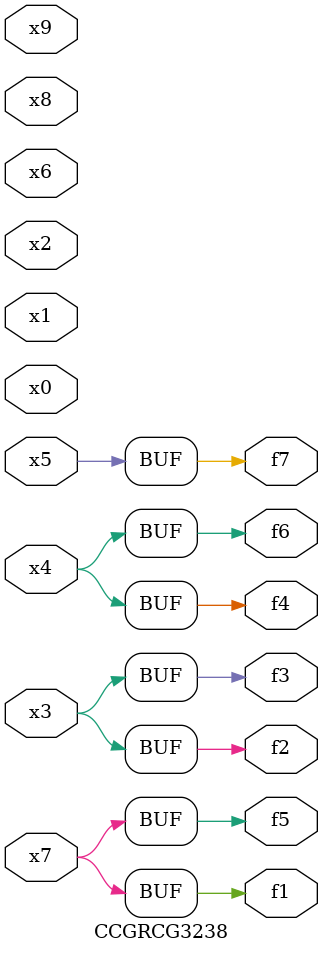
<source format=v>
module CCGRCG3238(
	input x0, x1, x2, x3, x4, x5, x6, x7, x8, x9,
	output f1, f2, f3, f4, f5, f6, f7
);
	assign f1 = x7;
	assign f2 = x3;
	assign f3 = x3;
	assign f4 = x4;
	assign f5 = x7;
	assign f6 = x4;
	assign f7 = x5;
endmodule

</source>
